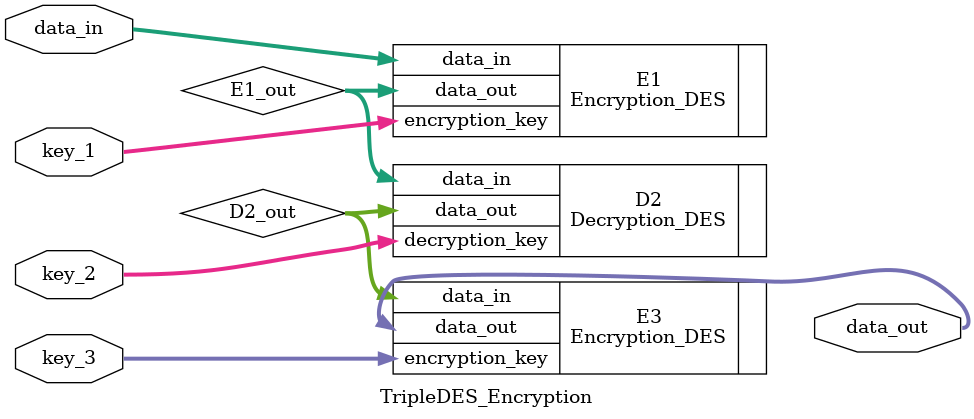
<source format=v>
/*

Module: TripleDES_Encryption
Inputs:
Output: 
Modules Used: 

*/

module TripleDES_Encryption(data_in, data_out, key_1, key_2, key_3);
  input [63:0] data_in;
  input [63:0] key_1, key_2, key_3;
  output [63:0] data_out;
  
  wire [63:0] E1_out, D2_out;
  
  Encryption_DES E1(.data_in(data_in), .encryption_key(key_1), .data_out(E1_out) );
  Decryption_DES D2(.data_in(E1_out), .decryption_key(key_2), .data_out(D2_out) );
  Encryption_DES E3(.data_in(D2_out), .encryption_key(key_3), .data_out(data_out) );
  

endmodule
</source>
